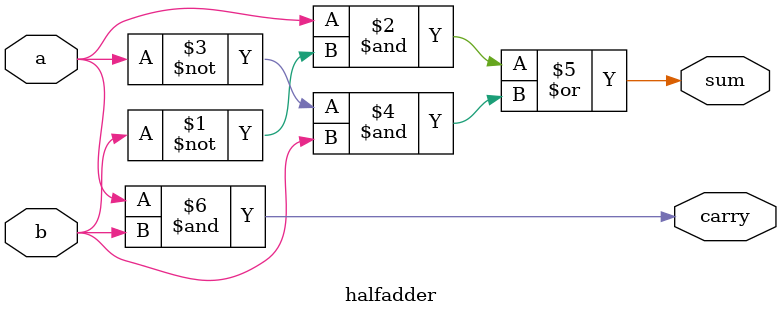
<source format=v>
`timescale 1ns / 1ps



module halfadder(a,b,sum,carry);
input a,b;
output sum,carry;

assign sum=  a & ~b | ~a & b;
assign carry=a&b;

endmodule

</source>
